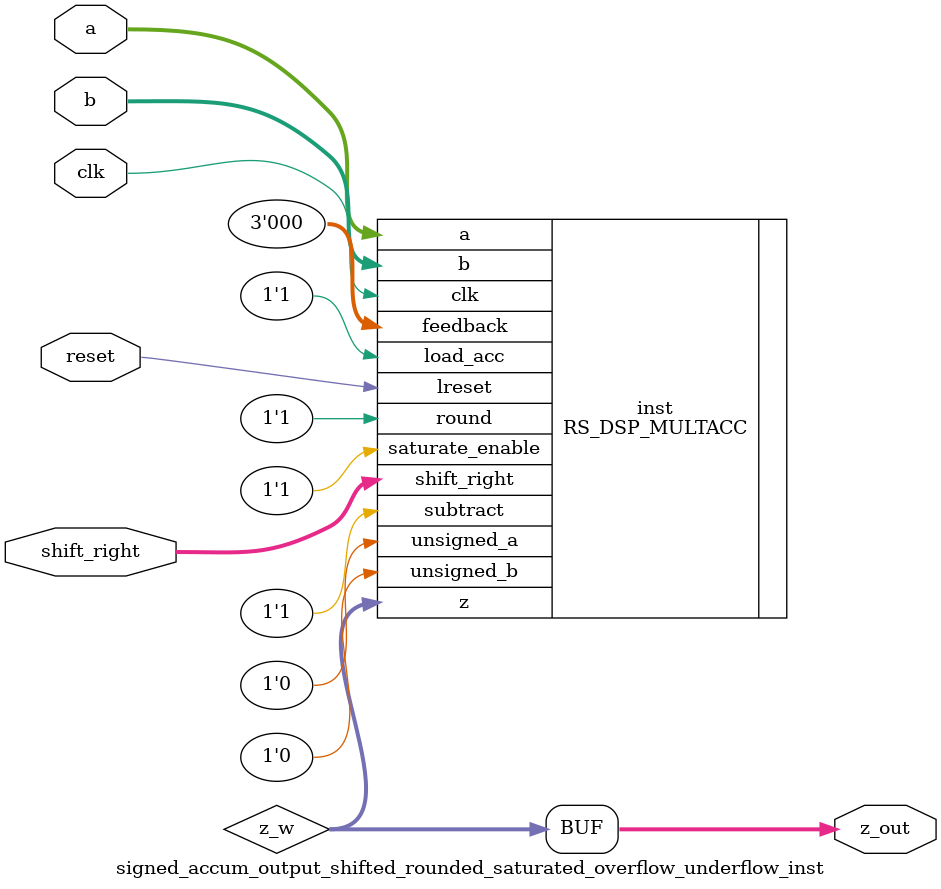
<source format=sv>
module signed_accum_output_shifted_rounded_saturated_overflow_underflow_inst (
	input  wire [19:0] a,
    input  wire [17:0] b,
    input  wire [5:0] shift_right,
	input wire clk, reset,
    output wire [37:0] z_out
    );

    parameter [79:0] MODE_BITS = 80'd0;
    
    wire [37:0] z_w;
	//wire reset;
	RS_DSP_MULTACC #(
    .MODE_BITS(80'h00000000000000000000)) 
        inst(.a(a), .b(b), .z(z_w),. clk(clk), .lreset(reset),. load_acc(1'b1) ,. feedback(3'd0),
        .unsigned_a(1'b0), .unsigned_b(1'b0), . saturate_enable(1'b1),. shift_right(shift_right),
        . round(1'b1),.subtract(1'b1));
	
    assign z_out = z_w;

endmodule
</source>
